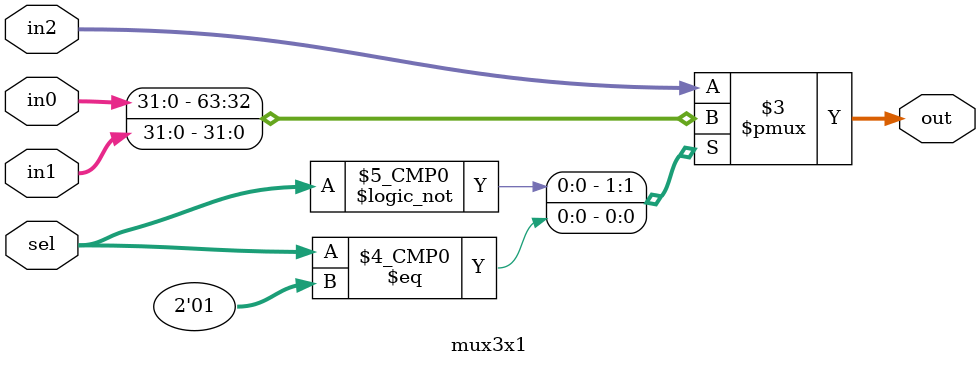
<source format=sv>
module mux3x1(
 input  logic [31:0] in0,
 input  logic [31:0] in1,
 input  logic [31:0] in2,
 input  logic [ 1:0] sel,
 output logic [31:0] out
);

always_comb begin : proc_mux3
  out = 32'b0;
 case(sel)
  2'b00: out = in0;
  2'b01: out = in1;
  default: out = in2;
 endcase
end

endmodule : mux3x1

</source>
